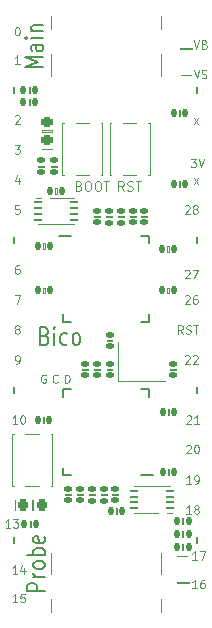
<source format=gto>
%TF.GenerationSoftware,KiCad,Pcbnew,6.0.11+dfsg-1*%
%TF.CreationDate,2023-04-26T00:49:17+01:00*%
%TF.ProjectId,bico,6269636f-2e6b-4696-9361-645f70636258,rev?*%
%TF.SameCoordinates,Original*%
%TF.FileFunction,Legend,Top*%
%TF.FilePolarity,Positive*%
%FSLAX46Y46*%
G04 Gerber Fmt 4.6, Leading zero omitted, Abs format (unit mm)*
G04 Created by KiCad (PCBNEW 6.0.11+dfsg-1) date 2023-04-26 00:49:17*
%MOMM*%
%LPD*%
G01*
G04 APERTURE LIST*
G04 Aperture macros list*
%AMRoundRect*
0 Rectangle with rounded corners*
0 $1 Rounding radius*
0 $2 $3 $4 $5 $6 $7 $8 $9 X,Y pos of 4 corners*
0 Add a 4 corners polygon primitive as box body*
4,1,4,$2,$3,$4,$5,$6,$7,$8,$9,$2,$3,0*
0 Add four circle primitives for the rounded corners*
1,1,$1+$1,$2,$3*
1,1,$1+$1,$4,$5*
1,1,$1+$1,$6,$7*
1,1,$1+$1,$8,$9*
0 Add four rect primitives between the rounded corners*
20,1,$1+$1,$2,$3,$4,$5,0*
20,1,$1+$1,$4,$5,$6,$7,0*
20,1,$1+$1,$6,$7,$8,$9,0*
20,1,$1+$1,$8,$9,$2,$3,0*%
%AMFreePoly0*
4,1,19,-0.700000,0.800000,0.000000,0.800000,0.127565,0.788278,0.288060,0.737982,0.431925,0.650855,0.550855,0.531925,0.637982,0.388060,0.688278,0.227565,0.700000,0.100000,0.700000,-0.100000,0.688278,-0.227565,0.637982,-0.388060,0.550855,-0.531925,0.431925,-0.650855,0.288060,-0.737982,0.127565,-0.788278,0.000000,-0.800000,-0.700000,-0.800000,-0.700000,0.800000,-0.700000,0.800000,
$1*%
%AMFreePoly1*
4,1,13,-0.700000,0.800000,0.560000,0.800000,0.613576,0.789343,0.658995,0.758995,0.689343,0.713576,0.700000,0.660000,0.700000,-0.660000,0.689343,-0.713576,0.658995,-0.758995,0.613576,-0.789343,0.560000,-0.800000,-0.700000,-0.800000,-0.700000,0.800000,-0.700000,0.800000,$1*%
G04 Aperture macros list end*
%ADD10C,0.100000*%
%ADD11C,0.150000*%
%ADD12C,0.200000*%
%ADD13C,0.120000*%
%ADD14R,1.200000X0.900000*%
%ADD15R,0.650000X1.560000*%
%ADD16R,0.650000X1.050000*%
%ADD17RoundRect,0.135000X0.135000X0.185000X-0.135000X0.185000X-0.135000X-0.185000X0.135000X-0.185000X0*%
%ADD18RoundRect,0.135000X-0.185000X0.135000X-0.185000X-0.135000X0.185000X-0.135000X0.185000X0.135000X0*%
%ADD19RoundRect,0.135000X-0.135000X-0.185000X0.135000X-0.185000X0.135000X0.185000X-0.135000X0.185000X0*%
%ADD20RoundRect,0.135000X0.185000X-0.135000X0.185000X0.135000X-0.185000X0.135000X-0.185000X-0.135000X0*%
%ADD21R,0.850000X0.850000*%
%ADD22O,0.850000X0.850000*%
%ADD23RoundRect,0.218750X-0.218750X-0.256250X0.218750X-0.256250X0.218750X0.256250X-0.218750X0.256250X0*%
%ADD24RoundRect,0.218750X0.256250X-0.218750X0.256250X0.218750X-0.256250X0.218750X-0.256250X-0.218750X0*%
%ADD25RoundRect,0.140000X-0.140000X-0.170000X0.140000X-0.170000X0.140000X0.170000X-0.140000X0.170000X0*%
%ADD26RoundRect,0.140000X0.140000X0.170000X-0.140000X0.170000X-0.140000X-0.170000X0.140000X-0.170000X0*%
%ADD27RoundRect,0.140000X0.170000X-0.140000X0.170000X0.140000X-0.170000X0.140000X-0.170000X-0.140000X0*%
%ADD28RoundRect,0.140000X-0.170000X0.140000X-0.170000X-0.140000X0.170000X-0.140000X0.170000X0.140000X0*%
%ADD29R,1.800000X1.600000*%
%ADD30FreePoly0,0.000000*%
%ADD31FreePoly1,0.000000*%
%ADD32FreePoly0,180.000000*%
%ADD33FreePoly1,180.000000*%
%ADD34O,1.000000X0.200000*%
%ADD35O,0.200000X1.000000*%
%ADD36R,1.600000X1.600000*%
%ADD37C,0.650000*%
%ADD38R,0.600000X1.150000*%
%ADD39R,0.300000X1.150000*%
%ADD40O,1.000000X1.800000*%
%ADD41O,1.000000X2.100000*%
%ADD42RoundRect,0.062500X-0.312500X-0.062500X0.312500X-0.062500X0.312500X0.062500X-0.312500X0.062500X0*%
%ADD43R,0.400000X1.800000*%
%ADD44R,1.400000X1.200000*%
%ADD45RoundRect,0.062500X0.312500X0.062500X-0.312500X0.062500X-0.312500X-0.062500X0.312500X-0.062500X0*%
G04 APERTURE END LIST*
D10*
X157716666Y-123196666D02*
X157316666Y-123196666D01*
X157516666Y-123196666D02*
X157516666Y-122496666D01*
X157450000Y-122596666D01*
X157383333Y-122663333D01*
X157316666Y-122696666D01*
X158316666Y-122496666D02*
X158183333Y-122496666D01*
X158116666Y-122530000D01*
X158083333Y-122563333D01*
X158016666Y-122663333D01*
X157983333Y-122796666D01*
X157983333Y-123063333D01*
X158016666Y-123130000D01*
X158050000Y-123163333D01*
X158116666Y-123196666D01*
X158250000Y-123196666D01*
X158316666Y-123163333D01*
X158350000Y-123130000D01*
X158383333Y-123063333D01*
X158383333Y-122896666D01*
X158350000Y-122830000D01*
X158316666Y-122796666D01*
X158250000Y-122763333D01*
X158116666Y-122763333D01*
X158050000Y-122796666D01*
X158016666Y-122830000D01*
X157983333Y-122896666D01*
X157716666Y-120776666D02*
X157316666Y-120776666D01*
X157516666Y-120776666D02*
X157516666Y-120076666D01*
X157450000Y-120176666D01*
X157383333Y-120243333D01*
X157316666Y-120276666D01*
X157950000Y-120076666D02*
X158416666Y-120076666D01*
X158116666Y-120776666D01*
X157416666Y-83882666D02*
X157783333Y-83416000D01*
X157416666Y-83416000D02*
X157783333Y-83882666D01*
X157416666Y-88962666D02*
X157783333Y-88496000D01*
X157416666Y-88496000D02*
X157783333Y-88962666D01*
X157200666Y-86865666D02*
X157634000Y-86865666D01*
X157400666Y-87132333D01*
X157500666Y-87132333D01*
X157567333Y-87165666D01*
X157600666Y-87199000D01*
X157634000Y-87265666D01*
X157634000Y-87432333D01*
X157600666Y-87499000D01*
X157567333Y-87532333D01*
X157500666Y-87565666D01*
X157300666Y-87565666D01*
X157234000Y-87532333D01*
X157200666Y-87499000D01*
X157834000Y-86865666D02*
X158067333Y-87565666D01*
X158300666Y-86865666D01*
X156692666Y-90869333D02*
X156726000Y-90836000D01*
X156792666Y-90802666D01*
X156959333Y-90802666D01*
X157026000Y-90836000D01*
X157059333Y-90869333D01*
X157092666Y-90936000D01*
X157092666Y-91002666D01*
X157059333Y-91102666D01*
X156659333Y-91502666D01*
X157092666Y-91502666D01*
X157492666Y-91102666D02*
X157426000Y-91069333D01*
X157392666Y-91036000D01*
X157359333Y-90969333D01*
X157359333Y-90936000D01*
X157392666Y-90869333D01*
X157426000Y-90836000D01*
X157492666Y-90802666D01*
X157626000Y-90802666D01*
X157692666Y-90836000D01*
X157726000Y-90869333D01*
X157759333Y-90936000D01*
X157759333Y-90969333D01*
X157726000Y-91036000D01*
X157692666Y-91069333D01*
X157626000Y-91102666D01*
X157492666Y-91102666D01*
X157426000Y-91136000D01*
X157392666Y-91169333D01*
X157359333Y-91236000D01*
X157359333Y-91369333D01*
X157392666Y-91436000D01*
X157426000Y-91469333D01*
X157492666Y-91502666D01*
X157626000Y-91502666D01*
X157692666Y-91469333D01*
X157726000Y-91436000D01*
X157759333Y-91369333D01*
X157759333Y-91236000D01*
X157726000Y-91169333D01*
X157692666Y-91136000D01*
X157626000Y-91102666D01*
X157433333Y-79316666D02*
X157666666Y-80016666D01*
X157900000Y-79316666D01*
X158100000Y-79983333D02*
X158200000Y-80016666D01*
X158366666Y-80016666D01*
X158433333Y-79983333D01*
X158466666Y-79950000D01*
X158500000Y-79883333D01*
X158500000Y-79816666D01*
X158466666Y-79750000D01*
X158433333Y-79716666D01*
X158366666Y-79683333D01*
X158233333Y-79650000D01*
X158166666Y-79616666D01*
X158133333Y-79583333D01*
X158100000Y-79516666D01*
X158100000Y-79450000D01*
X158133333Y-79383333D01*
X158166666Y-79350000D01*
X158233333Y-79316666D01*
X158400000Y-79316666D01*
X158500000Y-79350000D01*
X157416666Y-76816666D02*
X157650000Y-77516666D01*
X157883333Y-76816666D01*
X158350000Y-77150000D02*
X158450000Y-77183333D01*
X158483333Y-77216666D01*
X158516666Y-77283333D01*
X158516666Y-77383333D01*
X158483333Y-77450000D01*
X158450000Y-77483333D01*
X158383333Y-77516666D01*
X158116666Y-77516666D01*
X158116666Y-76816666D01*
X158350000Y-76816666D01*
X158416666Y-76850000D01*
X158450000Y-76883333D01*
X158483333Y-76950000D01*
X158483333Y-77016666D01*
X158450000Y-77083333D01*
X158416666Y-77116666D01*
X158350000Y-77150000D01*
X158116666Y-77150000D01*
X144883333Y-105150000D02*
X144816666Y-105116666D01*
X144716666Y-105116666D01*
X144616666Y-105150000D01*
X144550000Y-105216666D01*
X144516666Y-105283333D01*
X144483333Y-105416666D01*
X144483333Y-105516666D01*
X144516666Y-105650000D01*
X144550000Y-105716666D01*
X144616666Y-105783333D01*
X144716666Y-105816666D01*
X144783333Y-105816666D01*
X144883333Y-105783333D01*
X144916666Y-105750000D01*
X144916666Y-105516666D01*
X144783333Y-105516666D01*
X146516666Y-105816666D02*
X146516666Y-105116666D01*
X146683333Y-105116666D01*
X146783333Y-105150000D01*
X146850000Y-105216666D01*
X146883333Y-105283333D01*
X146916666Y-105416666D01*
X146916666Y-105516666D01*
X146883333Y-105650000D01*
X146850000Y-105716666D01*
X146783333Y-105783333D01*
X146683333Y-105816666D01*
X146516666Y-105816666D01*
X145916666Y-105750000D02*
X145883333Y-105783333D01*
X145783333Y-105816666D01*
X145716666Y-105816666D01*
X145616666Y-105783333D01*
X145550000Y-105716666D01*
X145516666Y-105650000D01*
X145483333Y-105516666D01*
X145483333Y-105416666D01*
X145516666Y-105283333D01*
X145550000Y-105216666D01*
X145616666Y-105150000D01*
X145716666Y-105116666D01*
X145783333Y-105116666D01*
X145883333Y-105150000D01*
X145916666Y-105183333D01*
X157194266Y-116902666D02*
X156794266Y-116902666D01*
X156994266Y-116902666D02*
X156994266Y-116202666D01*
X156927600Y-116302666D01*
X156860933Y-116369333D01*
X156794266Y-116402666D01*
X157594266Y-116502666D02*
X157527600Y-116469333D01*
X157494266Y-116436000D01*
X157460933Y-116369333D01*
X157460933Y-116336000D01*
X157494266Y-116269333D01*
X157527600Y-116236000D01*
X157594266Y-116202666D01*
X157727600Y-116202666D01*
X157794266Y-116236000D01*
X157827600Y-116269333D01*
X157860933Y-116336000D01*
X157860933Y-116369333D01*
X157827600Y-116436000D01*
X157794266Y-116469333D01*
X157727600Y-116502666D01*
X157594266Y-116502666D01*
X157527600Y-116536000D01*
X157494266Y-116569333D01*
X157460933Y-116636000D01*
X157460933Y-116769333D01*
X157494266Y-116836000D01*
X157527600Y-116869333D01*
X157594266Y-116902666D01*
X157727600Y-116902666D01*
X157794266Y-116869333D01*
X157827600Y-116836000D01*
X157860933Y-116769333D01*
X157860933Y-116636000D01*
X157827600Y-116569333D01*
X157794266Y-116536000D01*
X157727600Y-116502666D01*
X157194266Y-114362666D02*
X156794266Y-114362666D01*
X156994266Y-114362666D02*
X156994266Y-113662666D01*
X156927600Y-113762666D01*
X156860933Y-113829333D01*
X156794266Y-113862666D01*
X157527600Y-114362666D02*
X157660933Y-114362666D01*
X157727600Y-114329333D01*
X157760933Y-114296000D01*
X157827600Y-114196000D01*
X157860933Y-114062666D01*
X157860933Y-113796000D01*
X157827600Y-113729333D01*
X157794266Y-113696000D01*
X157727600Y-113662666D01*
X157594266Y-113662666D01*
X157527600Y-113696000D01*
X157494266Y-113729333D01*
X157460933Y-113796000D01*
X157460933Y-113962666D01*
X157494266Y-114029333D01*
X157527600Y-114062666D01*
X157594266Y-114096000D01*
X157727600Y-114096000D01*
X157794266Y-114062666D01*
X157827600Y-114029333D01*
X157860933Y-113962666D01*
X156794266Y-111138533D02*
X156827600Y-111105200D01*
X156894266Y-111071866D01*
X157060933Y-111071866D01*
X157127600Y-111105200D01*
X157160933Y-111138533D01*
X157194266Y-111205200D01*
X157194266Y-111271866D01*
X157160933Y-111371866D01*
X156760933Y-111771866D01*
X157194266Y-111771866D01*
X157627600Y-111071866D02*
X157694266Y-111071866D01*
X157760933Y-111105200D01*
X157794266Y-111138533D01*
X157827600Y-111205200D01*
X157860933Y-111338533D01*
X157860933Y-111505200D01*
X157827600Y-111638533D01*
X157794266Y-111705200D01*
X157760933Y-111738533D01*
X157694266Y-111771866D01*
X157627600Y-111771866D01*
X157560933Y-111738533D01*
X157527600Y-111705200D01*
X157494266Y-111638533D01*
X157460933Y-111505200D01*
X157460933Y-111338533D01*
X157494266Y-111205200D01*
X157527600Y-111138533D01*
X157560933Y-111105200D01*
X157627600Y-111071866D01*
X156819666Y-108649333D02*
X156853000Y-108616000D01*
X156919666Y-108582666D01*
X157086333Y-108582666D01*
X157153000Y-108616000D01*
X157186333Y-108649333D01*
X157219666Y-108716000D01*
X157219666Y-108782666D01*
X157186333Y-108882666D01*
X156786333Y-109282666D01*
X157219666Y-109282666D01*
X157886333Y-109282666D02*
X157486333Y-109282666D01*
X157686333Y-109282666D02*
X157686333Y-108582666D01*
X157619666Y-108682666D01*
X157553000Y-108749333D01*
X157486333Y-108782666D01*
X156692666Y-103569333D02*
X156726000Y-103536000D01*
X156792666Y-103502666D01*
X156959333Y-103502666D01*
X157026000Y-103536000D01*
X157059333Y-103569333D01*
X157092666Y-103636000D01*
X157092666Y-103702666D01*
X157059333Y-103802666D01*
X156659333Y-104202666D01*
X157092666Y-104202666D01*
X157359333Y-103569333D02*
X157392666Y-103536000D01*
X157459333Y-103502666D01*
X157626000Y-103502666D01*
X157692666Y-103536000D01*
X157726000Y-103569333D01*
X157759333Y-103636000D01*
X157759333Y-103702666D01*
X157726000Y-103802666D01*
X157326000Y-104202666D01*
X157759333Y-104202666D01*
X156516666Y-101662666D02*
X156283333Y-101329333D01*
X156116666Y-101662666D02*
X156116666Y-100962666D01*
X156383333Y-100962666D01*
X156450000Y-100996000D01*
X156483333Y-101029333D01*
X156516666Y-101096000D01*
X156516666Y-101196000D01*
X156483333Y-101262666D01*
X156450000Y-101296000D01*
X156383333Y-101329333D01*
X156116666Y-101329333D01*
X156783333Y-101629333D02*
X156883333Y-101662666D01*
X157050000Y-101662666D01*
X157116666Y-101629333D01*
X157150000Y-101596000D01*
X157183333Y-101529333D01*
X157183333Y-101462666D01*
X157150000Y-101396000D01*
X157116666Y-101362666D01*
X157050000Y-101329333D01*
X156916666Y-101296000D01*
X156850000Y-101262666D01*
X156816666Y-101229333D01*
X156783333Y-101162666D01*
X156783333Y-101096000D01*
X156816666Y-101029333D01*
X156850000Y-100996000D01*
X156916666Y-100962666D01*
X157083333Y-100962666D01*
X157183333Y-100996000D01*
X157383333Y-100962666D02*
X157783333Y-100962666D01*
X157583333Y-101662666D02*
X157583333Y-100962666D01*
X156692666Y-98489333D02*
X156726000Y-98456000D01*
X156792666Y-98422666D01*
X156959333Y-98422666D01*
X157026000Y-98456000D01*
X157059333Y-98489333D01*
X157092666Y-98556000D01*
X157092666Y-98622666D01*
X157059333Y-98722666D01*
X156659333Y-99122666D01*
X157092666Y-99122666D01*
X157692666Y-98422666D02*
X157559333Y-98422666D01*
X157492666Y-98456000D01*
X157459333Y-98489333D01*
X157392666Y-98589333D01*
X157359333Y-98722666D01*
X157359333Y-98989333D01*
X157392666Y-99056000D01*
X157426000Y-99089333D01*
X157492666Y-99122666D01*
X157626000Y-99122666D01*
X157692666Y-99089333D01*
X157726000Y-99056000D01*
X157759333Y-98989333D01*
X157759333Y-98822666D01*
X157726000Y-98756000D01*
X157692666Y-98722666D01*
X157626000Y-98689333D01*
X157492666Y-98689333D01*
X157426000Y-98722666D01*
X157392666Y-98756000D01*
X157359333Y-98822666D01*
X156692666Y-96330333D02*
X156726000Y-96297000D01*
X156792666Y-96263666D01*
X156959333Y-96263666D01*
X157026000Y-96297000D01*
X157059333Y-96330333D01*
X157092666Y-96397000D01*
X157092666Y-96463666D01*
X157059333Y-96563666D01*
X156659333Y-96963666D01*
X157092666Y-96963666D01*
X157326000Y-96263666D02*
X157792666Y-96263666D01*
X157492666Y-96963666D01*
D11*
X157734000Y-80772000D02*
X157734000Y-81280000D01*
X157734000Y-93472000D02*
X157734000Y-93980000D01*
X157734000Y-106172000D02*
X157734000Y-106680000D01*
X157734000Y-118872000D02*
X157734000Y-119380000D01*
X142240000Y-118872000D02*
X142240000Y-119380000D01*
X142240000Y-106172000D02*
X142240000Y-106680000D01*
X142240000Y-93472000D02*
X142240000Y-93980000D01*
X142240000Y-80772000D02*
X142240000Y-81280000D01*
D10*
X141903466Y-118071066D02*
X141503466Y-118071066D01*
X141703466Y-118071066D02*
X141703466Y-117371066D01*
X141636800Y-117471066D01*
X141570133Y-117537733D01*
X141503466Y-117571066D01*
X142136800Y-117371066D02*
X142570133Y-117371066D01*
X142336800Y-117637733D01*
X142436800Y-117637733D01*
X142503466Y-117671066D01*
X142536800Y-117704400D01*
X142570133Y-117771066D01*
X142570133Y-117937733D01*
X142536800Y-118004400D01*
X142503466Y-118037733D01*
X142436800Y-118071066D01*
X142236800Y-118071066D01*
X142170133Y-118037733D01*
X142136800Y-118004400D01*
X142487666Y-124395666D02*
X142087666Y-124395666D01*
X142287666Y-124395666D02*
X142287666Y-123695666D01*
X142221000Y-123795666D01*
X142154333Y-123862333D01*
X142087666Y-123895666D01*
X143121000Y-123695666D02*
X142787666Y-123695666D01*
X142754333Y-124029000D01*
X142787666Y-123995666D01*
X142854333Y-123962333D01*
X143021000Y-123962333D01*
X143087666Y-123995666D01*
X143121000Y-124029000D01*
X143154333Y-124095666D01*
X143154333Y-124262333D01*
X143121000Y-124329000D01*
X143087666Y-124362333D01*
X143021000Y-124395666D01*
X142854333Y-124395666D01*
X142787666Y-124362333D01*
X142754333Y-124329000D01*
X142487666Y-121982666D02*
X142087666Y-121982666D01*
X142287666Y-121982666D02*
X142287666Y-121282666D01*
X142221000Y-121382666D01*
X142154333Y-121449333D01*
X142087666Y-121482666D01*
X143087666Y-121516000D02*
X143087666Y-121982666D01*
X142921000Y-121249333D02*
X142754333Y-121749333D01*
X143187666Y-121749333D01*
X142486666Y-109282666D02*
X142086666Y-109282666D01*
X142286666Y-109282666D02*
X142286666Y-108582666D01*
X142220000Y-108682666D01*
X142153333Y-108749333D01*
X142086666Y-108782666D01*
X142920000Y-108582666D02*
X142986666Y-108582666D01*
X143053333Y-108616000D01*
X143086666Y-108649333D01*
X143120000Y-108716000D01*
X143153333Y-108849333D01*
X143153333Y-109016000D01*
X143120000Y-109149333D01*
X143086666Y-109216000D01*
X143053333Y-109249333D01*
X142986666Y-109282666D01*
X142920000Y-109282666D01*
X142853333Y-109249333D01*
X142820000Y-109216000D01*
X142786666Y-109149333D01*
X142753333Y-109016000D01*
X142753333Y-108849333D01*
X142786666Y-108716000D01*
X142820000Y-108649333D01*
X142853333Y-108616000D01*
X142920000Y-108582666D01*
X142360666Y-104202666D02*
X142494000Y-104202666D01*
X142560666Y-104169333D01*
X142594000Y-104136000D01*
X142660666Y-104036000D01*
X142694000Y-103902666D01*
X142694000Y-103636000D01*
X142660666Y-103569333D01*
X142627333Y-103536000D01*
X142560666Y-103502666D01*
X142427333Y-103502666D01*
X142360666Y-103536000D01*
X142327333Y-103569333D01*
X142294000Y-103636000D01*
X142294000Y-103802666D01*
X142327333Y-103869333D01*
X142360666Y-103902666D01*
X142427333Y-103936000D01*
X142560666Y-103936000D01*
X142627333Y-103902666D01*
X142660666Y-103869333D01*
X142694000Y-103802666D01*
X142427333Y-101262666D02*
X142360666Y-101229333D01*
X142327333Y-101196000D01*
X142294000Y-101129333D01*
X142294000Y-101096000D01*
X142327333Y-101029333D01*
X142360666Y-100996000D01*
X142427333Y-100962666D01*
X142560666Y-100962666D01*
X142627333Y-100996000D01*
X142660666Y-101029333D01*
X142694000Y-101096000D01*
X142694000Y-101129333D01*
X142660666Y-101196000D01*
X142627333Y-101229333D01*
X142560666Y-101262666D01*
X142427333Y-101262666D01*
X142360666Y-101296000D01*
X142327333Y-101329333D01*
X142294000Y-101396000D01*
X142294000Y-101529333D01*
X142327333Y-101596000D01*
X142360666Y-101629333D01*
X142427333Y-101662666D01*
X142560666Y-101662666D01*
X142627333Y-101629333D01*
X142660666Y-101596000D01*
X142694000Y-101529333D01*
X142694000Y-101396000D01*
X142660666Y-101329333D01*
X142627333Y-101296000D01*
X142560666Y-101262666D01*
X142260666Y-98422666D02*
X142727333Y-98422666D01*
X142427333Y-99122666D01*
X142627333Y-95882666D02*
X142494000Y-95882666D01*
X142427333Y-95916000D01*
X142394000Y-95949333D01*
X142327333Y-96049333D01*
X142294000Y-96182666D01*
X142294000Y-96449333D01*
X142327333Y-96516000D01*
X142360666Y-96549333D01*
X142427333Y-96582666D01*
X142560666Y-96582666D01*
X142627333Y-96549333D01*
X142660666Y-96516000D01*
X142694000Y-96449333D01*
X142694000Y-96282666D01*
X142660666Y-96216000D01*
X142627333Y-96182666D01*
X142560666Y-96149333D01*
X142427333Y-96149333D01*
X142360666Y-96182666D01*
X142327333Y-96216000D01*
X142294000Y-96282666D01*
X142660666Y-90802666D02*
X142327333Y-90802666D01*
X142294000Y-91136000D01*
X142327333Y-91102666D01*
X142394000Y-91069333D01*
X142560666Y-91069333D01*
X142627333Y-91102666D01*
X142660666Y-91136000D01*
X142694000Y-91202666D01*
X142694000Y-91369333D01*
X142660666Y-91436000D01*
X142627333Y-91469333D01*
X142560666Y-91502666D01*
X142394000Y-91502666D01*
X142327333Y-91469333D01*
X142294000Y-91436000D01*
X142627333Y-88496000D02*
X142627333Y-88962666D01*
X142460666Y-88229333D02*
X142294000Y-88729333D01*
X142727333Y-88729333D01*
X142260666Y-85722666D02*
X142694000Y-85722666D01*
X142460666Y-85989333D01*
X142560666Y-85989333D01*
X142627333Y-86022666D01*
X142660666Y-86056000D01*
X142694000Y-86122666D01*
X142694000Y-86289333D01*
X142660666Y-86356000D01*
X142627333Y-86389333D01*
X142560666Y-86422666D01*
X142360666Y-86422666D01*
X142294000Y-86389333D01*
X142260666Y-86356000D01*
X142294000Y-83249333D02*
X142327333Y-83216000D01*
X142394000Y-83182666D01*
X142560666Y-83182666D01*
X142627333Y-83216000D01*
X142660666Y-83249333D01*
X142694000Y-83316000D01*
X142694000Y-83382666D01*
X142660666Y-83482666D01*
X142260666Y-83882666D01*
X142694000Y-83882666D01*
X142694000Y-78802666D02*
X142294000Y-78802666D01*
X142494000Y-78802666D02*
X142494000Y-78102666D01*
X142427333Y-78202666D01*
X142360666Y-78269333D01*
X142294000Y-78302666D01*
X142456666Y-75696666D02*
X142523333Y-75696666D01*
X142590000Y-75730000D01*
X142623333Y-75763333D01*
X142656666Y-75830000D01*
X142690000Y-75963333D01*
X142690000Y-76130000D01*
X142656666Y-76263333D01*
X142623333Y-76330000D01*
X142590000Y-76363333D01*
X142523333Y-76396666D01*
X142456666Y-76396666D01*
X142390000Y-76363333D01*
X142356666Y-76330000D01*
X142323333Y-76263333D01*
X142290000Y-76130000D01*
X142290000Y-75963333D01*
X142323333Y-75830000D01*
X142356666Y-75763333D01*
X142390000Y-75730000D01*
X142456666Y-75696666D01*
D12*
X144822857Y-101842857D02*
X144994285Y-101914285D01*
X145051428Y-101985714D01*
X145108571Y-102128571D01*
X145108571Y-102342857D01*
X145051428Y-102485714D01*
X144994285Y-102557142D01*
X144880000Y-102628571D01*
X144422857Y-102628571D01*
X144422857Y-101128571D01*
X144822857Y-101128571D01*
X144937142Y-101200000D01*
X144994285Y-101271428D01*
X145051428Y-101414285D01*
X145051428Y-101557142D01*
X144994285Y-101700000D01*
X144937142Y-101771428D01*
X144822857Y-101842857D01*
X144422857Y-101842857D01*
X145622857Y-102628571D02*
X145622857Y-101628571D01*
X145622857Y-101128571D02*
X145565714Y-101200000D01*
X145622857Y-101271428D01*
X145680000Y-101200000D01*
X145622857Y-101128571D01*
X145622857Y-101271428D01*
X146708571Y-102557142D02*
X146594285Y-102628571D01*
X146365714Y-102628571D01*
X146251428Y-102557142D01*
X146194285Y-102485714D01*
X146137142Y-102342857D01*
X146137142Y-101914285D01*
X146194285Y-101771428D01*
X146251428Y-101700000D01*
X146365714Y-101628571D01*
X146594285Y-101628571D01*
X146708571Y-101700000D01*
X147394285Y-102628571D02*
X147280000Y-102557142D01*
X147222857Y-102485714D01*
X147165714Y-102342857D01*
X147165714Y-101914285D01*
X147222857Y-101771428D01*
X147280000Y-101700000D01*
X147394285Y-101628571D01*
X147565714Y-101628571D01*
X147680000Y-101700000D01*
X147737142Y-101771428D01*
X147794285Y-101914285D01*
X147794285Y-102342857D01*
X147737142Y-102485714D01*
X147680000Y-102557142D01*
X147565714Y-102628571D01*
X147394285Y-102628571D01*
D10*
X147714285Y-89142857D02*
X147828571Y-89180952D01*
X147866666Y-89219047D01*
X147904761Y-89295238D01*
X147904761Y-89409523D01*
X147866666Y-89485714D01*
X147828571Y-89523809D01*
X147752380Y-89561904D01*
X147447619Y-89561904D01*
X147447619Y-88761904D01*
X147714285Y-88761904D01*
X147790476Y-88800000D01*
X147828571Y-88838095D01*
X147866666Y-88914285D01*
X147866666Y-88990476D01*
X147828571Y-89066666D01*
X147790476Y-89104761D01*
X147714285Y-89142857D01*
X147447619Y-89142857D01*
X148400000Y-88761904D02*
X148552380Y-88761904D01*
X148628571Y-88800000D01*
X148704761Y-88876190D01*
X148742857Y-89028571D01*
X148742857Y-89295238D01*
X148704761Y-89447619D01*
X148628571Y-89523809D01*
X148552380Y-89561904D01*
X148400000Y-89561904D01*
X148323809Y-89523809D01*
X148247619Y-89447619D01*
X148209523Y-89295238D01*
X148209523Y-89028571D01*
X148247619Y-88876190D01*
X148323809Y-88800000D01*
X148400000Y-88761904D01*
X149238095Y-88761904D02*
X149390476Y-88761904D01*
X149466666Y-88800000D01*
X149542857Y-88876190D01*
X149580952Y-89028571D01*
X149580952Y-89295238D01*
X149542857Y-89447619D01*
X149466666Y-89523809D01*
X149390476Y-89561904D01*
X149238095Y-89561904D01*
X149161904Y-89523809D01*
X149085714Y-89447619D01*
X149047619Y-89295238D01*
X149047619Y-89028571D01*
X149085714Y-88876190D01*
X149161904Y-88800000D01*
X149238095Y-88761904D01*
X149809523Y-88761904D02*
X150266666Y-88761904D01*
X150038095Y-89561904D02*
X150038095Y-88761904D01*
X151511904Y-89561904D02*
X151245238Y-89180952D01*
X151054761Y-89561904D02*
X151054761Y-88761904D01*
X151359523Y-88761904D01*
X151435714Y-88800000D01*
X151473809Y-88838095D01*
X151511904Y-88914285D01*
X151511904Y-89028571D01*
X151473809Y-89104761D01*
X151435714Y-89142857D01*
X151359523Y-89180952D01*
X151054761Y-89180952D01*
X151816666Y-89523809D02*
X151930952Y-89561904D01*
X152121428Y-89561904D01*
X152197619Y-89523809D01*
X152235714Y-89485714D01*
X152273809Y-89409523D01*
X152273809Y-89333333D01*
X152235714Y-89257142D01*
X152197619Y-89219047D01*
X152121428Y-89180952D01*
X151969047Y-89142857D01*
X151892857Y-89104761D01*
X151854761Y-89066666D01*
X151816666Y-88990476D01*
X151816666Y-88914285D01*
X151854761Y-88838095D01*
X151892857Y-88800000D01*
X151969047Y-88761904D01*
X152159523Y-88761904D01*
X152273809Y-88800000D01*
X152502380Y-88761904D02*
X152959523Y-88761904D01*
X152730952Y-89561904D02*
X152730952Y-88761904D01*
D12*
X144848971Y-123443714D02*
X143348971Y-123443714D01*
X143348971Y-122986571D01*
X143420400Y-122872285D01*
X143491828Y-122815142D01*
X143634685Y-122758000D01*
X143848971Y-122758000D01*
X143991828Y-122815142D01*
X144063257Y-122872285D01*
X144134685Y-122986571D01*
X144134685Y-123443714D01*
X144848971Y-122243714D02*
X143848971Y-122243714D01*
X144134685Y-122243714D02*
X143991828Y-122186571D01*
X143920400Y-122129428D01*
X143848971Y-122015142D01*
X143848971Y-121900857D01*
X144848971Y-121329428D02*
X144777542Y-121443714D01*
X144706114Y-121500857D01*
X144563257Y-121558000D01*
X144134685Y-121558000D01*
X143991828Y-121500857D01*
X143920400Y-121443714D01*
X143848971Y-121329428D01*
X143848971Y-121158000D01*
X143920400Y-121043714D01*
X143991828Y-120986571D01*
X144134685Y-120929428D01*
X144563257Y-120929428D01*
X144706114Y-120986571D01*
X144777542Y-121043714D01*
X144848971Y-121158000D01*
X144848971Y-121329428D01*
X144848971Y-120415142D02*
X143348971Y-120415142D01*
X143920400Y-120415142D02*
X143848971Y-120300857D01*
X143848971Y-120072285D01*
X143920400Y-119958000D01*
X143991828Y-119900857D01*
X144134685Y-119843714D01*
X144563257Y-119843714D01*
X144706114Y-119900857D01*
X144777542Y-119958000D01*
X144848971Y-120072285D01*
X144848971Y-120300857D01*
X144777542Y-120415142D01*
X144777542Y-118872285D02*
X144848971Y-118986571D01*
X144848971Y-119215142D01*
X144777542Y-119329428D01*
X144634685Y-119386571D01*
X144063257Y-119386571D01*
X143920400Y-119329428D01*
X143848971Y-119215142D01*
X143848971Y-118986571D01*
X143920400Y-118872285D01*
X144063257Y-118815142D01*
X144206114Y-118815142D01*
X144348971Y-119386571D01*
X144678571Y-79071428D02*
X143178571Y-79071428D01*
X144250000Y-78671428D01*
X143178571Y-78271428D01*
X144678571Y-78271428D01*
X144678571Y-77185714D02*
X143892857Y-77185714D01*
X143750000Y-77242857D01*
X143678571Y-77357142D01*
X143678571Y-77585714D01*
X143750000Y-77700000D01*
X144607142Y-77185714D02*
X144678571Y-77300000D01*
X144678571Y-77585714D01*
X144607142Y-77700000D01*
X144464285Y-77757142D01*
X144321428Y-77757142D01*
X144178571Y-77700000D01*
X144107142Y-77585714D01*
X144107142Y-77300000D01*
X144035714Y-77185714D01*
X144678571Y-76614285D02*
X143678571Y-76614285D01*
X143178571Y-76614285D02*
X143250000Y-76671428D01*
X143321428Y-76614285D01*
X143250000Y-76557142D01*
X143178571Y-76614285D01*
X143321428Y-76614285D01*
X143678571Y-76042857D02*
X144678571Y-76042857D01*
X143821428Y-76042857D02*
X143750000Y-75985714D01*
X143678571Y-75871428D01*
X143678571Y-75700000D01*
X143750000Y-75585714D01*
X143892857Y-75528571D01*
X144678571Y-75528571D01*
D13*
X156900000Y-120450000D02*
X156050000Y-120450000D01*
X157000000Y-122650000D02*
X156000000Y-122650000D01*
X156000000Y-122650000D02*
X156000000Y-122750000D01*
X156000000Y-122750000D02*
X157000000Y-122750000D01*
X157000000Y-122750000D02*
X157000000Y-122650000D01*
X156350000Y-79750000D02*
X157200000Y-79750000D01*
X156250000Y-77550000D02*
X157250000Y-77550000D01*
X157250000Y-77550000D02*
X157250000Y-77450000D01*
X157250000Y-77450000D02*
X156250000Y-77450000D01*
X156250000Y-77450000D02*
X156250000Y-77550000D01*
X142050000Y-114550000D02*
X142170000Y-114550000D01*
X143180000Y-114550000D02*
X144320000Y-114550000D01*
X144320000Y-110150000D02*
X143180000Y-110150000D01*
X142170000Y-110150000D02*
X142050000Y-110150000D01*
X145450000Y-114550000D02*
X145450000Y-110150000D01*
X145330000Y-114550000D02*
X145450000Y-114550000D01*
X142050000Y-110150000D02*
X142050000Y-114550000D01*
X145450000Y-110150000D02*
X145330000Y-110150000D01*
X143650000Y-118050000D02*
X143550000Y-118050000D01*
X143550000Y-118050000D02*
X143550000Y-117550000D01*
X143550000Y-117550000D02*
X143650000Y-117550000D01*
X143650000Y-117550000D02*
X143650000Y-118050000D01*
X144750000Y-87450000D02*
X144250000Y-87450000D01*
X144250000Y-87450000D02*
X144250000Y-87550000D01*
X144250000Y-87550000D02*
X144750000Y-87550000D01*
X144750000Y-87550000D02*
X144750000Y-87450000D01*
X156450000Y-117250000D02*
X156550000Y-117250000D01*
X156550000Y-117250000D02*
X156550000Y-117750000D01*
X156550000Y-117750000D02*
X156450000Y-117750000D01*
X156450000Y-117750000D02*
X156450000Y-117250000D01*
X150050000Y-115250000D02*
X149550000Y-115250000D01*
X149550000Y-115250000D02*
X149550000Y-115350000D01*
X149550000Y-115350000D02*
X150050000Y-115350000D01*
X150050000Y-115350000D02*
X150050000Y-115250000D01*
X149050000Y-115250000D02*
X148550000Y-115250000D01*
X148550000Y-115250000D02*
X148550000Y-115350000D01*
X148550000Y-115350000D02*
X149050000Y-115350000D01*
X149050000Y-115350000D02*
X149050000Y-115250000D01*
X156450000Y-118350000D02*
X156550000Y-118350000D01*
X156550000Y-118350000D02*
X156550000Y-118850000D01*
X156550000Y-118850000D02*
X156450000Y-118850000D01*
X156450000Y-118850000D02*
X156450000Y-118350000D01*
X156450000Y-119450000D02*
X156550000Y-119450000D01*
X156550000Y-119450000D02*
X156550000Y-119950000D01*
X156550000Y-119950000D02*
X156450000Y-119950000D01*
X156450000Y-119950000D02*
X156450000Y-119450000D01*
X145350000Y-87550000D02*
X145850000Y-87550000D01*
X145850000Y-87550000D02*
X145850000Y-87450000D01*
X145850000Y-87450000D02*
X145350000Y-87450000D01*
X145350000Y-87450000D02*
X145350000Y-87550000D01*
X150000000Y-91800000D02*
X150500000Y-91800000D01*
X150500000Y-91800000D02*
X150500000Y-91700000D01*
X150500000Y-91700000D02*
X150000000Y-91700000D01*
X150000000Y-91700000D02*
X150000000Y-91800000D01*
X143550000Y-82280000D02*
X143450000Y-82280000D01*
X143450000Y-82280000D02*
X143450000Y-81780000D01*
X143450000Y-81780000D02*
X143550000Y-81780000D01*
X143550000Y-81780000D02*
X143550000Y-82280000D01*
X151000000Y-91800000D02*
X151500000Y-91800000D01*
X151500000Y-91800000D02*
X151500000Y-91700000D01*
X151500000Y-91700000D02*
X151000000Y-91700000D01*
X151000000Y-91700000D02*
X151000000Y-91800000D01*
X143550000Y-81250000D02*
X143450000Y-81250000D01*
X143450000Y-81250000D02*
X143450000Y-80750000D01*
X143450000Y-80750000D02*
X143550000Y-80750000D01*
X143550000Y-80750000D02*
X143550000Y-81250000D01*
X142315000Y-115700000D02*
X142315000Y-116600000D01*
X143750000Y-115750000D02*
X143850000Y-115750000D01*
X143850000Y-115750000D02*
X143850000Y-116550000D01*
X143850000Y-116550000D02*
X143750000Y-116550000D01*
X143750000Y-116550000D02*
X143750000Y-115750000D01*
X144550000Y-85985000D02*
X145450000Y-85985000D01*
X144600000Y-84550000D02*
X145400000Y-84550000D01*
X145400000Y-84550000D02*
X145400000Y-84450000D01*
X145400000Y-84450000D02*
X144600000Y-84450000D01*
X144600000Y-84450000D02*
X144600000Y-84550000D01*
X155250000Y-108050000D02*
X155350000Y-108050000D01*
X155350000Y-108050000D02*
X155350000Y-108550000D01*
X155350000Y-108550000D02*
X155250000Y-108550000D01*
X155250000Y-108550000D02*
X155250000Y-108050000D01*
X155250000Y-113150000D02*
X155350000Y-113150000D01*
X155350000Y-113150000D02*
X155350000Y-113650000D01*
X155350000Y-113650000D02*
X155250000Y-113650000D01*
X155250000Y-113650000D02*
X155250000Y-113150000D01*
X144750000Y-109250000D02*
X144650000Y-109250000D01*
X144650000Y-109250000D02*
X144650000Y-108750000D01*
X144650000Y-108750000D02*
X144750000Y-108750000D01*
X144750000Y-108750000D02*
X144750000Y-109250000D01*
X149000000Y-104750000D02*
X149500000Y-104750000D01*
X149500000Y-104750000D02*
X149500000Y-104650000D01*
X149500000Y-104650000D02*
X149000000Y-104650000D01*
X149000000Y-104650000D02*
X149000000Y-104750000D01*
X155950000Y-104650000D02*
X155450000Y-104650000D01*
X155450000Y-104650000D02*
X155450000Y-104750000D01*
X155450000Y-104750000D02*
X155950000Y-104750000D01*
X155950000Y-104750000D02*
X155950000Y-104650000D01*
X150050000Y-104750000D02*
X150550000Y-104750000D01*
X150550000Y-104750000D02*
X150550000Y-104650000D01*
X150550000Y-104650000D02*
X150050000Y-104650000D01*
X150050000Y-104650000D02*
X150050000Y-104750000D01*
X150950000Y-116950000D02*
X150850000Y-116950000D01*
X150850000Y-116950000D02*
X150850000Y-116450000D01*
X150850000Y-116450000D02*
X150950000Y-116450000D01*
X150950000Y-116450000D02*
X150950000Y-116950000D01*
X147950000Y-104750000D02*
X148450000Y-104750000D01*
X148450000Y-104750000D02*
X148450000Y-104650000D01*
X148450000Y-104650000D02*
X147950000Y-104650000D01*
X147950000Y-104650000D02*
X147950000Y-104750000D01*
X151050000Y-115250000D02*
X150550000Y-115250000D01*
X150550000Y-115250000D02*
X150550000Y-115350000D01*
X150550000Y-115350000D02*
X151050000Y-115350000D01*
X151050000Y-115350000D02*
X151050000Y-115250000D01*
X148050000Y-115250000D02*
X147550000Y-115250000D01*
X147550000Y-115250000D02*
X147550000Y-115350000D01*
X147550000Y-115350000D02*
X148050000Y-115350000D01*
X148050000Y-115350000D02*
X148050000Y-115250000D01*
X147050000Y-115250000D02*
X146550000Y-115250000D01*
X146550000Y-115250000D02*
X146550000Y-115350000D01*
X146550000Y-115350000D02*
X147050000Y-115350000D01*
X147050000Y-115350000D02*
X147050000Y-115250000D01*
X156200000Y-88750000D02*
X156300000Y-88750000D01*
X156300000Y-88750000D02*
X156300000Y-89250000D01*
X156300000Y-89250000D02*
X156200000Y-89250000D01*
X156200000Y-89250000D02*
X156200000Y-88750000D01*
X156200000Y-82750000D02*
X156300000Y-82750000D01*
X156300000Y-82750000D02*
X156300000Y-83250000D01*
X156300000Y-83250000D02*
X156200000Y-83250000D01*
X156200000Y-83250000D02*
X156200000Y-82750000D01*
X144800000Y-94500000D02*
X144700000Y-94500000D01*
X144700000Y-94500000D02*
X144700000Y-94000000D01*
X144700000Y-94000000D02*
X144800000Y-94000000D01*
X144800000Y-94000000D02*
X144800000Y-94500000D01*
X155200000Y-94250000D02*
X155300000Y-94250000D01*
X155300000Y-94250000D02*
X155300000Y-94750000D01*
X155300000Y-94750000D02*
X155200000Y-94750000D01*
X155200000Y-94750000D02*
X155200000Y-94250000D01*
X155200000Y-97750000D02*
X155300000Y-97750000D01*
X155300000Y-97750000D02*
X155300000Y-98250000D01*
X155300000Y-98250000D02*
X155200000Y-98250000D01*
X155200000Y-98250000D02*
X155200000Y-97750000D01*
X144800000Y-98250000D02*
X144700000Y-98250000D01*
X144700000Y-98250000D02*
X144700000Y-97750000D01*
X144700000Y-97750000D02*
X144800000Y-97750000D01*
X144800000Y-97750000D02*
X144800000Y-98250000D01*
X145813248Y-89800000D02*
X145713248Y-89800000D01*
X145713248Y-89800000D02*
X145713248Y-89300000D01*
X145713248Y-89300000D02*
X145813248Y-89300000D01*
X145813248Y-89300000D02*
X145813248Y-89800000D01*
X150550000Y-102180000D02*
X150050000Y-102180000D01*
X150050000Y-102180000D02*
X150050000Y-102280000D01*
X150050000Y-102280000D02*
X150550000Y-102280000D01*
X150550000Y-102280000D02*
X150550000Y-102180000D01*
X149000000Y-91800000D02*
X149500000Y-91800000D01*
X149500000Y-91800000D02*
X149500000Y-91700000D01*
X149500000Y-91700000D02*
X149000000Y-91700000D01*
X149000000Y-91700000D02*
X149000000Y-91800000D01*
X152000000Y-91800000D02*
X152500000Y-91800000D01*
X152500000Y-91800000D02*
X152500000Y-91700000D01*
X152500000Y-91700000D02*
X152000000Y-91700000D01*
X152000000Y-91700000D02*
X152000000Y-91800000D01*
X153000000Y-91800000D02*
X153500000Y-91800000D01*
X153500000Y-91800000D02*
X153500000Y-91700000D01*
X153500000Y-91700000D02*
X153000000Y-91700000D01*
X153000000Y-91700000D02*
X153000000Y-91800000D01*
D11*
X147000000Y-113650000D02*
X146350000Y-113650000D01*
X146350000Y-113650000D02*
X146350000Y-113000000D01*
X147000000Y-106350000D02*
X146350000Y-106350000D01*
X146350000Y-106350000D02*
X146350000Y-107000000D01*
X153000000Y-106350000D02*
X153650000Y-106350000D01*
X153650000Y-106350000D02*
X153650000Y-107000000D01*
X153000000Y-113650000D02*
X154000000Y-113650000D01*
D13*
X154670000Y-78000000D02*
X154670000Y-79800000D01*
X154670000Y-75900000D02*
X154670000Y-74750000D01*
X145330000Y-75900000D02*
X145330000Y-74750000D01*
X145330000Y-78000000D02*
X145330000Y-79800000D01*
X146300000Y-88200000D02*
X146420000Y-88200000D01*
X147430000Y-88200000D02*
X148570000Y-88200000D01*
X148570000Y-83800000D02*
X147430000Y-83800000D01*
X146420000Y-83800000D02*
X146300000Y-83800000D01*
X149700000Y-88200000D02*
X149700000Y-83800000D01*
X149580000Y-88200000D02*
X149700000Y-88200000D01*
X146300000Y-83800000D02*
X146300000Y-88200000D01*
X149700000Y-83800000D02*
X149580000Y-83800000D01*
X150300000Y-88200000D02*
X150420000Y-88200000D01*
X151430000Y-88200000D02*
X152570000Y-88200000D01*
X152570000Y-83800000D02*
X151430000Y-83800000D01*
X150420000Y-83800000D02*
X150300000Y-83800000D01*
X153700000Y-88200000D02*
X153700000Y-83800000D01*
X153580000Y-88200000D02*
X153700000Y-88200000D01*
X150300000Y-83800000D02*
X150300000Y-88200000D01*
X153700000Y-83800000D02*
X153580000Y-83800000D01*
X145330000Y-122000000D02*
X145330000Y-120200000D01*
X145330000Y-124100000D02*
X145330000Y-125250000D01*
X154670000Y-124100000D02*
X154670000Y-125250000D01*
X154670000Y-122000000D02*
X154670000Y-120200000D01*
D11*
X153000000Y-93350000D02*
X153650000Y-93350000D01*
X153650000Y-93350000D02*
X153650000Y-94000000D01*
X153000000Y-100650000D02*
X153650000Y-100650000D01*
X153650000Y-100650000D02*
X153650000Y-100000000D01*
X147000000Y-100650000D02*
X146350000Y-100650000D01*
X146350000Y-100650000D02*
X146350000Y-100000000D01*
X147000000Y-93350000D02*
X146000000Y-93350000D01*
D13*
X144263248Y-92380000D02*
X147263248Y-92380000D01*
X145263248Y-90160000D02*
X147263248Y-90160000D01*
X144063248Y-90170000D02*
X144463248Y-90170000D01*
X151000000Y-102350000D02*
X151000000Y-105650000D01*
X151000000Y-105650000D02*
X155000000Y-105650000D01*
X155400000Y-114590000D02*
X152400000Y-114590000D01*
X154400000Y-116810000D02*
X152400000Y-116810000D01*
X155600000Y-116800000D02*
X155200000Y-116800000D01*
%LPC*%
D14*
X156500000Y-121050000D03*
X156500000Y-124350000D03*
D15*
X156700000Y-84650000D03*
X155750000Y-84650000D03*
X154800000Y-84650000D03*
X154800000Y-87350000D03*
X156700000Y-87350000D03*
D14*
X156750000Y-79150000D03*
X156750000Y-75850000D03*
D16*
X142675000Y-110275000D03*
X144825000Y-110275000D03*
X144825000Y-114425000D03*
X142675000Y-114425000D03*
D17*
X144110000Y-117800000D03*
X143090000Y-117800000D03*
D18*
X144500000Y-86990000D03*
X144500000Y-88010000D03*
D19*
X155990000Y-117500000D03*
X157010000Y-117500000D03*
D18*
X149800000Y-114790000D03*
X149800000Y-115810000D03*
X148800000Y-114790000D03*
X148800000Y-115810000D03*
D19*
X155990000Y-118600000D03*
X157010000Y-118600000D03*
X155990000Y-119700000D03*
X157010000Y-119700000D03*
D20*
X145600000Y-88010000D03*
X145600000Y-86990000D03*
X150250000Y-92260000D03*
X150250000Y-91240000D03*
D17*
X144010000Y-82030000D03*
X142990000Y-82030000D03*
D20*
X151250000Y-92260000D03*
X151250000Y-91240000D03*
D17*
X144010000Y-81000000D03*
X142990000Y-81000000D03*
D21*
X146700000Y-104500000D03*
D22*
X145700000Y-104500000D03*
X144700000Y-104500000D03*
D23*
X143012500Y-116150000D03*
X144587500Y-116150000D03*
D24*
X145000000Y-85287500D03*
X145000000Y-83712500D03*
D25*
X154820000Y-108300000D03*
X155780000Y-108300000D03*
X154820000Y-113400000D03*
X155780000Y-113400000D03*
D26*
X145180000Y-109000000D03*
X144220000Y-109000000D03*
D27*
X149250000Y-105180000D03*
X149250000Y-104220000D03*
D28*
X155700000Y-104220000D03*
X155700000Y-105180000D03*
D27*
X150300000Y-105180000D03*
X150300000Y-104220000D03*
D26*
X151380000Y-116700000D03*
X150420000Y-116700000D03*
D27*
X148200000Y-105180000D03*
X148200000Y-104220000D03*
D28*
X150800000Y-114820000D03*
X150800000Y-115780000D03*
X147800000Y-114820000D03*
X147800000Y-115780000D03*
X146800000Y-114820000D03*
X146800000Y-115780000D03*
D25*
X155770000Y-89000000D03*
X156730000Y-89000000D03*
X155770000Y-83000000D03*
X156730000Y-83000000D03*
D26*
X145230000Y-94250000D03*
X144270000Y-94250000D03*
D25*
X154770000Y-94500000D03*
X155730000Y-94500000D03*
X154770000Y-98000000D03*
X155730000Y-98000000D03*
D26*
X145230000Y-98000000D03*
X144270000Y-98000000D03*
X146243248Y-89550000D03*
X145283248Y-89550000D03*
D28*
X150300000Y-101750000D03*
X150300000Y-102710000D03*
D27*
X149250000Y-92230000D03*
X149250000Y-91270000D03*
X152250000Y-92230000D03*
X152250000Y-91270000D03*
X153250000Y-92230000D03*
X153250000Y-91270000D03*
D29*
X139700000Y-101270000D03*
X139700000Y-108890000D03*
X160300000Y-113970000D03*
X139700000Y-78410000D03*
X160300000Y-103810000D03*
X160300000Y-108890000D03*
X160300000Y-80950000D03*
X160300000Y-93650000D03*
X139700000Y-113970000D03*
X139700000Y-116510000D03*
X160300000Y-124130000D03*
X139700000Y-103810000D03*
X160300000Y-98730000D03*
X139700000Y-96190000D03*
X160300000Y-83490000D03*
X139700000Y-121590000D03*
X160300000Y-88570000D03*
X160300000Y-101270000D03*
X139700000Y-91110000D03*
X160300000Y-78410000D03*
X160300000Y-119050000D03*
X139700000Y-98730000D03*
X139700000Y-83490000D03*
X139700000Y-124130000D03*
X160300000Y-111430000D03*
X139700000Y-75870000D03*
X160300000Y-116510000D03*
X139700000Y-93650000D03*
X160300000Y-91110000D03*
X160300000Y-106350000D03*
X139700000Y-119050000D03*
X160300000Y-121590000D03*
X139700000Y-86030000D03*
X139700000Y-111430000D03*
X160300000Y-75870000D03*
X160300000Y-86030000D03*
X139700000Y-88570000D03*
X160300000Y-96190000D03*
X139700000Y-106350000D03*
X139700000Y-80950000D03*
D30*
X141210000Y-75870000D03*
X141210000Y-78410000D03*
D31*
X141210000Y-80950000D03*
D30*
X141210000Y-83490000D03*
X141210000Y-86030000D03*
X141210000Y-88570000D03*
X141210000Y-91110000D03*
D31*
X141210000Y-93650000D03*
D30*
X141210000Y-96190000D03*
X141210000Y-98730000D03*
X141210000Y-101270000D03*
X141210000Y-103810000D03*
D31*
X141210000Y-106350000D03*
D30*
X141210000Y-108890000D03*
X141210000Y-111430000D03*
X141210000Y-113970000D03*
X141210000Y-116510000D03*
D31*
X141210000Y-119050000D03*
D30*
X141210000Y-121590000D03*
X141210000Y-124130000D03*
D32*
X158790000Y-124130000D03*
X158790000Y-121590000D03*
D33*
X158790000Y-119050000D03*
D32*
X158790000Y-116510000D03*
X158790000Y-113970000D03*
X158790000Y-111430000D03*
X158790000Y-108890000D03*
D33*
X158790000Y-106350000D03*
D32*
X158790000Y-103810000D03*
X158790000Y-101270000D03*
X158790000Y-98730000D03*
X158790000Y-96190000D03*
D33*
X158790000Y-93650000D03*
D32*
X158790000Y-91110000D03*
X158790000Y-88570000D03*
X158790000Y-86030000D03*
X158790000Y-83490000D03*
D33*
X158790000Y-80950000D03*
D32*
X158790000Y-78410000D03*
X158790000Y-75870000D03*
D34*
X153500000Y-112600000D03*
X153500000Y-112200000D03*
X153500000Y-111800000D03*
X153500000Y-111400000D03*
X153500000Y-111000000D03*
X153500000Y-110600000D03*
X153500000Y-110200000D03*
X153500000Y-109800000D03*
X153500000Y-109400000D03*
X153500000Y-109000000D03*
X153500000Y-108600000D03*
X153500000Y-108200000D03*
X153500000Y-107800000D03*
X153500000Y-107400000D03*
D35*
X152600000Y-106500000D03*
X152200000Y-106500000D03*
X151800000Y-106500000D03*
X151400000Y-106500000D03*
X151000000Y-106500000D03*
X150600000Y-106500000D03*
X150200000Y-106500000D03*
X149800000Y-106500000D03*
X149400000Y-106500000D03*
X149000000Y-106500000D03*
X148600000Y-106500000D03*
X148200000Y-106500000D03*
X147800000Y-106500000D03*
X147400000Y-106500000D03*
D34*
X146500000Y-107400000D03*
X146500000Y-107800000D03*
X146500000Y-108200000D03*
X146500000Y-108600000D03*
X146500000Y-109000000D03*
X146500000Y-109400000D03*
X146500000Y-109800000D03*
X146500000Y-110200000D03*
X146500000Y-110600000D03*
X146500000Y-111000000D03*
X146500000Y-111400000D03*
X146500000Y-111800000D03*
X146500000Y-112200000D03*
X146500000Y-112600000D03*
D35*
X147400000Y-113500000D03*
X147800000Y-113500000D03*
X148200000Y-113500000D03*
X148600000Y-113500000D03*
X149000000Y-113500000D03*
X149400000Y-113500000D03*
X149800000Y-113500000D03*
X150200000Y-113500000D03*
X150600000Y-113500000D03*
X151000000Y-113500000D03*
X151400000Y-113500000D03*
X151800000Y-113500000D03*
X152200000Y-113500000D03*
X152600000Y-113500000D03*
D36*
X150800000Y-110800000D03*
X150800000Y-109200000D03*
X149200000Y-110800000D03*
X149200000Y-109200000D03*
D37*
X147110000Y-80605000D03*
X152890000Y-80605000D03*
D38*
X153200000Y-81680000D03*
X152400000Y-81680000D03*
D39*
X151250000Y-81680000D03*
X150250000Y-81680000D03*
X149750000Y-81680000D03*
X148750000Y-81680000D03*
D38*
X147600000Y-81680000D03*
X146800000Y-81680000D03*
X146800000Y-81680000D03*
X147600000Y-81680000D03*
D39*
X148250000Y-81680000D03*
X149250000Y-81680000D03*
X150750000Y-81680000D03*
X151750000Y-81680000D03*
D38*
X152400000Y-81680000D03*
X153200000Y-81680000D03*
D40*
X154320000Y-76925000D03*
D41*
X145680000Y-81105000D03*
D40*
X145680000Y-76925000D03*
D41*
X154320000Y-81105000D03*
D16*
X146925000Y-83925000D03*
X149075000Y-83925000D03*
X149075000Y-88075000D03*
X146925000Y-88075000D03*
X150925000Y-83925000D03*
X153075000Y-83925000D03*
X153075000Y-88075000D03*
X150925000Y-88075000D03*
D37*
X152890000Y-119395000D03*
X147110000Y-119395000D03*
D38*
X146800000Y-118320000D03*
X147600000Y-118320000D03*
D39*
X148750000Y-118320000D03*
X149750000Y-118320000D03*
X150250000Y-118320000D03*
X151250000Y-118320000D03*
D38*
X152400000Y-118320000D03*
X153200000Y-118320000D03*
X153200000Y-118320000D03*
X152400000Y-118320000D03*
D39*
X151750000Y-118320000D03*
X150750000Y-118320000D03*
X149250000Y-118320000D03*
X148250000Y-118320000D03*
D38*
X147600000Y-118320000D03*
X146800000Y-118320000D03*
D40*
X145680000Y-123075000D03*
D41*
X154320000Y-118895000D03*
D40*
X154320000Y-123075000D03*
D41*
X145680000Y-118895000D03*
D34*
X146500000Y-94400000D03*
X146500000Y-94800000D03*
X146500000Y-95200000D03*
X146500000Y-95600000D03*
X146500000Y-96000000D03*
X146500000Y-96400000D03*
X146500000Y-96800000D03*
X146500000Y-97200000D03*
X146500000Y-97600000D03*
X146500000Y-98000000D03*
X146500000Y-98400000D03*
X146500000Y-98800000D03*
X146500000Y-99200000D03*
X146500000Y-99600000D03*
D35*
X147400000Y-100500000D03*
X147800000Y-100500000D03*
X148200000Y-100500000D03*
X148600000Y-100500000D03*
X149000000Y-100500000D03*
X149400000Y-100500000D03*
X149800000Y-100500000D03*
X150200000Y-100500000D03*
X150600000Y-100500000D03*
X151000000Y-100500000D03*
X151400000Y-100500000D03*
X151800000Y-100500000D03*
X152200000Y-100500000D03*
X152600000Y-100500000D03*
D34*
X153500000Y-99600000D03*
X153500000Y-99200000D03*
X153500000Y-98800000D03*
X153500000Y-98400000D03*
X153500000Y-98000000D03*
X153500000Y-97600000D03*
X153500000Y-97200000D03*
X153500000Y-96800000D03*
X153500000Y-96400000D03*
X153500000Y-96000000D03*
X153500000Y-95600000D03*
X153500000Y-95200000D03*
X153500000Y-94800000D03*
X153500000Y-94400000D03*
D35*
X152600000Y-93500000D03*
X152200000Y-93500000D03*
X151800000Y-93500000D03*
X151400000Y-93500000D03*
X151000000Y-93500000D03*
X150600000Y-93500000D03*
X150200000Y-93500000D03*
X149800000Y-93500000D03*
X149400000Y-93500000D03*
X149000000Y-93500000D03*
X148600000Y-93500000D03*
X148200000Y-93500000D03*
X147800000Y-93500000D03*
X147400000Y-93500000D03*
D36*
X149200000Y-96200000D03*
X149200000Y-97800000D03*
X150800000Y-96200000D03*
X150800000Y-97800000D03*
D42*
X144263248Y-90520000D03*
X144263248Y-91020000D03*
X144263248Y-91520000D03*
X144263248Y-92020000D03*
D43*
X145763248Y-91270000D03*
D42*
X147263248Y-92020000D03*
X147263248Y-91520000D03*
X147263248Y-91020000D03*
X147263248Y-90520000D03*
D44*
X151900000Y-104850000D03*
X154100000Y-104850000D03*
X154100000Y-103150000D03*
X151900000Y-103150000D03*
D45*
X155400000Y-116450000D03*
X155400000Y-115950000D03*
X155400000Y-115450000D03*
X155400000Y-114950000D03*
D43*
X153900000Y-115700000D03*
D45*
X152400000Y-114950000D03*
X152400000Y-115450000D03*
X152400000Y-115950000D03*
X152400000Y-116450000D03*
M02*

</source>
